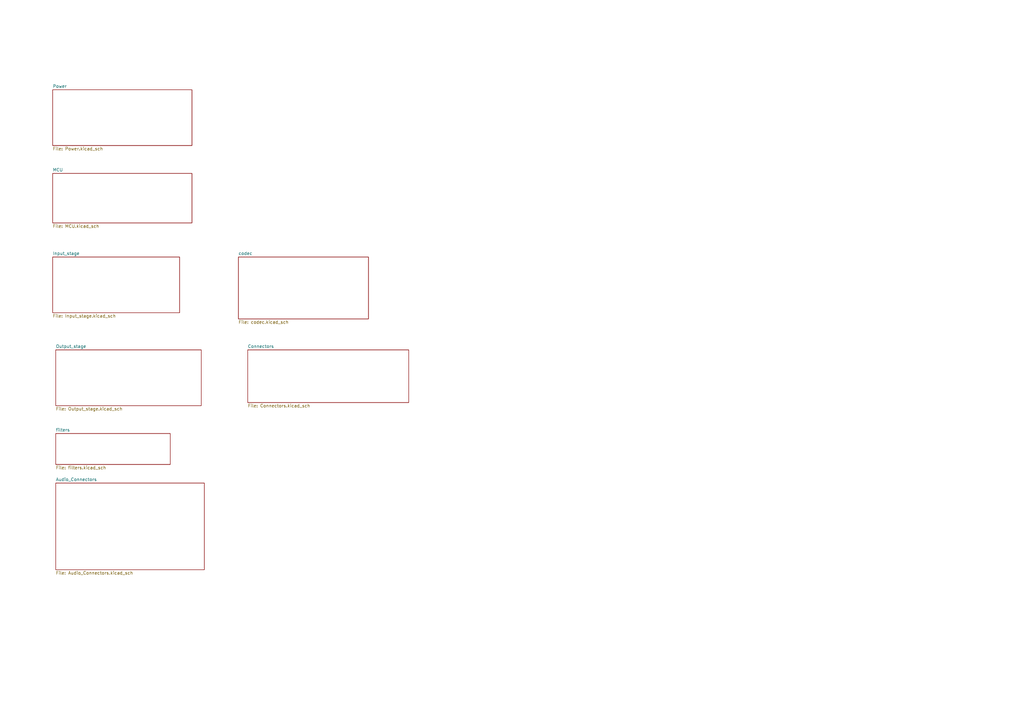
<source format=kicad_sch>
(kicad_sch
	(version 20231120)
	(generator "eeschema")
	(generator_version "8.0")
	(uuid "6997cf63-2615-4e49-9471-e7da1b6bae71")
	(paper "A3")
	(lib_symbols)
	(sheet
		(at 21.59 36.83)
		(size 57.15 22.86)
		(fields_autoplaced yes)
		(stroke
			(width 0.1524)
			(type solid)
		)
		(fill
			(color 0 0 0 0.0000)
		)
		(uuid "2eb2ee8f-ab98-4666-97f0-bfacb073bc88")
		(property "Sheetname" "Power"
			(at 21.59 36.1184 0)
			(effects
				(font
					(size 1.27 1.27)
				)
				(justify left bottom)
			)
		)
		(property "Sheetfile" "Power.kicad_sch"
			(at 21.59 60.2746 0)
			(effects
				(font
					(size 1.27 1.27)
				)
				(justify left top)
			)
		)
		(property "Field2" ""
			(at 21.59 36.83 0)
			(effects
				(font
					(size 1.27 1.27)
				)
				(hide yes)
			)
		)
		(instances
			(project "sab_v4_mini"
				(path "/6997cf63-2615-4e49-9471-e7da1b6bae71"
					(page "2")
				)
			)
		)
	)
	(sheet
		(at 21.59 71.12)
		(size 57.15 20.32)
		(fields_autoplaced yes)
		(stroke
			(width 0.1524)
			(type solid)
		)
		(fill
			(color 0 0 0 0.0000)
		)
		(uuid "51aec99e-3301-49b6-8e7f-31ba63a05d64")
		(property "Sheetname" "MCU"
			(at 21.59 70.4084 0)
			(effects
				(font
					(size 1.27 1.27)
				)
				(justify left bottom)
			)
		)
		(property "Sheetfile" "MCU.kicad_sch"
			(at 21.59 92.0246 0)
			(effects
				(font
					(size 1.27 1.27)
				)
				(justify left top)
			)
		)
		(property "Field2" ""
			(at 21.59 71.12 0)
			(effects
				(font
					(size 1.27 1.27)
				)
				(hide yes)
			)
		)
		(instances
			(project "sab_v4_mini"
				(path "/6997cf63-2615-4e49-9471-e7da1b6bae71"
					(page "3")
				)
			)
		)
	)
	(sheet
		(at 101.6 143.51)
		(size 66.04 21.59)
		(fields_autoplaced yes)
		(stroke
			(width 0.1524)
			(type solid)
		)
		(fill
			(color 0 0 0 0.0000)
		)
		(uuid "6424856c-1346-4018-a943-0d16008c9545")
		(property "Sheetname" "Connectors"
			(at 101.6 142.7984 0)
			(effects
				(font
					(size 1.27 1.27)
				)
				(justify left bottom)
			)
		)
		(property "Sheetfile" "Connectors.kicad_sch"
			(at 101.6 165.6846 0)
			(effects
				(font
					(size 1.27 1.27)
				)
				(justify left top)
			)
		)
		(instances
			(project "sab_v4_mini"
				(path "/6997cf63-2615-4e49-9471-e7da1b6bae71"
					(page "8")
				)
			)
		)
	)
	(sheet
		(at 22.86 143.51)
		(size 59.69 22.86)
		(fields_autoplaced yes)
		(stroke
			(width 0.1524)
			(type solid)
		)
		(fill
			(color 0 0 0 0.0000)
		)
		(uuid "83920463-7bb1-4088-aad8-702bcdea14ea")
		(property "Sheetname" "Output_stage"
			(at 22.86 142.7984 0)
			(effects
				(font
					(size 1.27 1.27)
				)
				(justify left bottom)
			)
		)
		(property "Sheetfile" "Output_stage.kicad_sch"
			(at 22.86 166.9546 0)
			(effects
				(font
					(size 1.27 1.27)
				)
				(justify left top)
			)
		)
		(instances
			(project "sab_v4_mini"
				(path "/6997cf63-2615-4e49-9471-e7da1b6bae71"
					(page "5")
				)
			)
		)
	)
	(sheet
		(at 97.79 105.41)
		(size 53.34 25.4)
		(fields_autoplaced yes)
		(stroke
			(width 0.1524)
			(type solid)
		)
		(fill
			(color 0 0 0 0.0000)
		)
		(uuid "8744407a-1e34-4228-b7c6-9fdc39f322d4")
		(property "Sheetname" "codec"
			(at 97.79 104.6984 0)
			(effects
				(font
					(size 1.27 1.27)
				)
				(justify left bottom)
			)
		)
		(property "Sheetfile" "codec.kicad_sch"
			(at 97.79 131.3946 0)
			(effects
				(font
					(size 1.27 1.27)
				)
				(justify left top)
			)
		)
		(instances
			(project "sab_v4_mini"
				(path "/6997cf63-2615-4e49-9471-e7da1b6bae71"
					(page "10")
				)
			)
		)
	)
	(sheet
		(at 22.86 177.8)
		(size 46.99 12.7)
		(fields_autoplaced yes)
		(stroke
			(width 0.1524)
			(type solid)
		)
		(fill
			(color 0 0 0 0.0000)
		)
		(uuid "927539c8-c0d0-4950-9b67-385a1cdd80f8")
		(property "Sheetname" "filters"
			(at 22.86 177.0884 0)
			(effects
				(font
					(size 1.27 1.27)
				)
				(justify left bottom)
			)
		)
		(property "Sheetfile" "filters.kicad_sch"
			(at 22.86 191.0846 0)
			(effects
				(font
					(size 1.27 1.27)
				)
				(justify left top)
			)
		)
		(property "Field2" ""
			(at 22.86 177.8 0)
			(effects
				(font
					(size 1.27 1.27)
				)
				(hide yes)
			)
		)
		(instances
			(project "sab_v4_mini"
				(path "/6997cf63-2615-4e49-9471-e7da1b6bae71"
					(page "9")
				)
			)
		)
	)
	(sheet
		(at 22.86 198.12)
		(size 60.96 35.56)
		(fields_autoplaced yes)
		(stroke
			(width 0.1524)
			(type solid)
		)
		(fill
			(color 0 0 0 0.0000)
		)
		(uuid "bf8ef258-4ec0-4b8f-b717-0a82eb791e29")
		(property "Sheetname" "Audio_Connectors"
			(at 22.86 197.4084 0)
			(effects
				(font
					(size 1.27 1.27)
				)
				(justify left bottom)
			)
		)
		(property "Sheetfile" "Audio_Connectors.kicad_sch"
			(at 22.86 234.2646 0)
			(effects
				(font
					(size 1.27 1.27)
				)
				(justify left top)
			)
		)
		(instances
			(project "sab_v4_mini"
				(path "/6997cf63-2615-4e49-9471-e7da1b6bae71"
					(page "13")
				)
			)
		)
	)
	(sheet
		(at 21.59 105.41)
		(size 52.07 22.86)
		(fields_autoplaced yes)
		(stroke
			(width 0.1524)
			(type solid)
		)
		(fill
			(color 0 0 0 0.0000)
		)
		(uuid "f20dc640-ad21-4977-8df1-611625087c69")
		(property "Sheetname" "Input_stage"
			(at 21.59 104.6984 0)
			(effects
				(font
					(size 1.27 1.27)
				)
				(justify left bottom)
			)
		)
		(property "Sheetfile" "Input_stage.kicad_sch"
			(at 21.59 128.8546 0)
			(effects
				(font
					(size 1.27 1.27)
				)
				(justify left top)
			)
		)
		(instances
			(project "sab_v4_mini"
				(path "/6997cf63-2615-4e49-9471-e7da1b6bae71"
					(page "4")
				)
			)
		)
	)
	(sheet_instances
		(path "/"
			(page "1")
		)
	)
)

</source>
